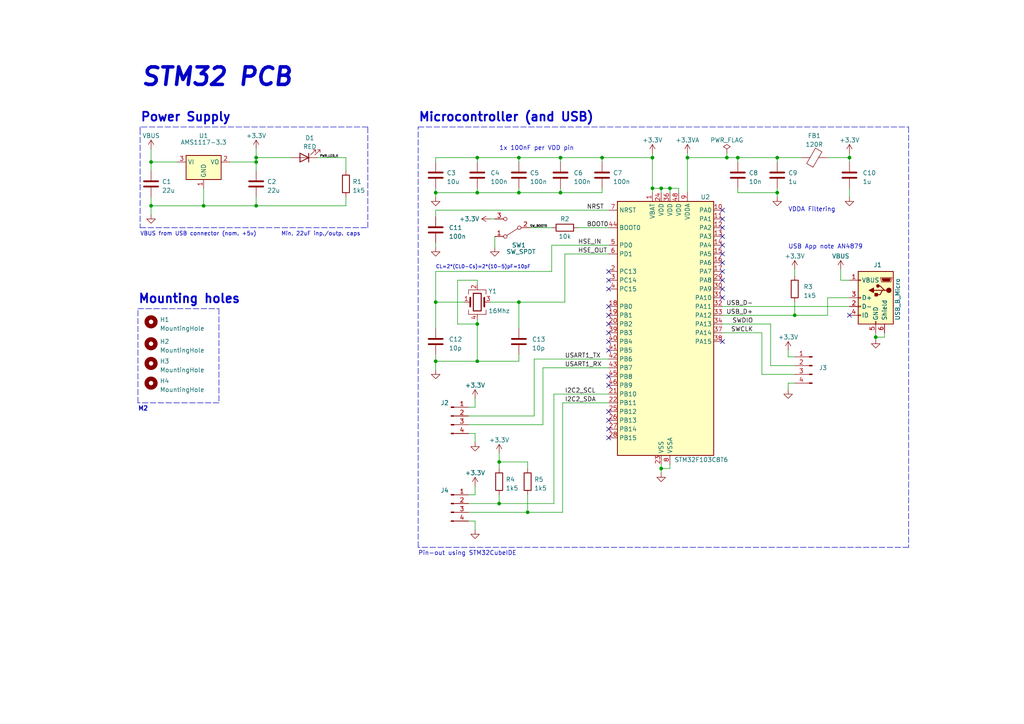
<source format=kicad_sch>
(kicad_sch (version 20230121) (generator eeschema)
  (paper "A4")
  (title_block (title "STM32") (date "2023-04-05") (rev "0.1") (company "Thomas Lab"))
  (lib_symbols
    (symbol "Connector:Conn_01x04_Pin" (pin_names (offset 1.016) hide)
      (property "Reference" "J" (at 0 5.08 0))
      (property "Value" "Conn_01x04_Pin" (at 0 -7.62 0))
      (symbol "Conn_01x04_Pin_1_1"
        (polyline (pts (xy 1.27 -5.08) (xy 0.8636 -5.08)) (stroke (width 0.1524)))
        (polyline (pts (xy 1.27 -2.54) (xy 0.8636 -2.54)) (stroke (width 0.1524)))
        (polyline (pts (xy 1.27 0) (xy 0.8636 0)) (stroke (width 0.1524)))
        (polyline (pts (xy 1.27 2.54) (xy 0.8636 2.54)) (stroke (width 0.1524)))
        (rectangle (start 0.8636 -4.953) (end 0 -5.207) (stroke (width 0.1524)) (fill (type outline)))
        (rectangle (start 0.8636 -2.413) (end 0 -2.667) (stroke (width 0.1524)) (fill (type outline)))
        (rectangle (start 0.8636 0.127) (end 0 -0.127) (stroke (width 0.1524)) (fill (type outline)))
        (rectangle (start 0.8636 2.667) (end 0 2.413) (stroke (width 0.1524)) (fill (type outline)))
        (pin passive line (at 5.08 2.54 180) (length 3.81) (name "Pin_1") (number "1"))
        (pin passive line (at 5.08 0 180) (length 3.81) (name "Pin_2") (number "2"))
        (pin passive line (at 5.08 -2.54 180) (length 3.81) (name "Pin_3") (number "3"))
        (pin passive line (at 5.08 -5.08 180) (length 3.81) (name "Pin_4") (number "4"))
      )
    )
    (symbol "Connector:USB_B_Micro" (pin_names (offset 1.016))
      (property "Reference" "J" (at -5.08 11.43 0))
      (property "Value" "USB_B_Micro" (at -5.08 8.89 0))
      (symbol "USB_B_Micro_0_1"
        (rectangle (start -5.08 -7.62) (end 5.08 7.62) (stroke (width 0.254)) (fill (type background)))
        (circle (center -3.81 2.159) (radius 0.635) (stroke (width 0.254)) (fill (type outline)))
        (circle (center -0.635 3.429) (radius 0.381) (stroke (width 0.254)) (fill (type outline)))
        (rectangle (start -0.127 -7.62) (end 0.127 -6.858))
        (polyline (pts (xy -1.905 2.159) (xy 0.635 2.159)) (stroke (width 0.254)))
        (polyline (pts (xy -3.175 2.159) (xy -2.54 2.159) (xy -1.27 3.429) (xy -0.635 3.429)) (stroke (width 0.254)))
        (polyline (pts (xy -2.54 2.159) (xy -1.905 2.159) (xy -1.27 0.889) (xy 0 0.889)) (stroke (width 0.254)))
        (polyline (pts (xy 0.635 2.794) (xy 0.635 1.524) (xy 1.905 2.159) (xy 0.635 2.794)) (stroke (width 0.254)) (fill (type outline)))
        (polyline (pts (xy -4.318 5.588) (xy -1.778 5.588) (xy -2.032 4.826) (xy -4.064 4.826) (xy -4.318 5.588)) (fill (type outline)))
        (polyline (pts (xy -4.699 5.842) (xy -4.699 5.588) (xy -4.445 4.826) (xy -4.445 4.572) (xy -1.651 4.572) (xy -1.651 4.826) (xy -1.397 5.588) (xy -1.397 5.842) (xy -4.699 5.842)))
        (rectangle (start 0.254 1.27) (end -0.508 0.508) (stroke (width 0.254)) (fill (type outline)))
        (rectangle (start 5.08 -5.207) (end 4.318 -4.953))
        (rectangle (start 5.08 -2.667) (end 4.318 -2.413))
        (rectangle (start 5.08 -0.127) (end 4.318 0.127))
        (rectangle (start 5.08 4.953) (end 4.318 5.207))
      )
      (symbol "USB_B_Micro_1_1"
        (pin power_out line (at 7.62 5.08 180) (length 2.54) (name "VBUS") (number "1"))
        (pin bidirectional line (at 7.62 -2.54 180) (length 2.54) (name "D-") (number "2"))
        (pin bidirectional line (at 7.62 0 180) (length 2.54) (name "D+") (number "3"))
        (pin passive line (at 7.62 -5.08 180) (length 2.54) (name "ID") (number "4"))
        (pin power_out line (at 0 -10.16 90) (length 2.54) (name "GND") (number "5"))
        (pin passive line (at -2.54 -10.16 90) (length 2.54) (name "Shield") (number "6"))
      )
    )
    (symbol "Device:C" (pin_numbers hide) (pin_names (offset 0.254))
      (property "Reference" "C" (at 0.635 2.54 0))
      (property "Value" "C" (at 0.635 -2.54 0))
      (symbol "C_0_1"
        (polyline (pts (xy -2.032 -0.762) (xy 2.032 -0.762)) (stroke (width 0.508)))
        (polyline (pts (xy -2.032 0.762) (xy 2.032 0.762)) (stroke (width 0.508)))
      )
      (symbol "C_1_1"
        (pin passive line (at 0 3.81 270) (length 2.794) (name "~") (number "1"))
        (pin passive line (at 0 -3.81 90) (length 2.794) (name "~") (number "2"))
      )
    )
    (symbol "Device:Crystal_GND24" (pin_names (offset 1.016) hide)
      (property "Reference" "Y" (at 3.175 5.08 0))
      (property "Value" "Crystal_GND24" (at 3.175 3.175 0))
      (symbol "Crystal_GND24_0_1"
        (rectangle (start -1.143 2.54) (end 1.143 -2.54) (stroke (width 0.3048)))
        (polyline (pts (xy -2.54 0) (xy -2.032 0)))
        (polyline (pts (xy -2.032 -1.27) (xy -2.032 1.27)) (stroke (width 0.508)))
        (polyline (pts (xy 0 -3.81) (xy 0 -3.556)))
        (polyline (pts (xy 0 3.556) (xy 0 3.81)))
        (polyline (pts (xy 2.032 -1.27) (xy 2.032 1.27)) (stroke (width 0.508)))
        (polyline (pts (xy 2.032 0) (xy 2.54 0)))
        (polyline (pts (xy -2.54 -2.286) (xy -2.54 -3.556) (xy 2.54 -3.556) (xy 2.54 -2.286)))
        (polyline (pts (xy -2.54 2.286) (xy -2.54 3.556) (xy 2.54 3.556) (xy 2.54 2.286)))
      )
      (symbol "Crystal_GND24_1_1"
        (pin passive line (at -3.81 0 0) (length 1.27) (name "1") (number "1"))
        (pin passive line (at 0 5.08 270) (length 1.27) (name "2") (number "2"))
        (pin passive line (at 3.81 0 180) (length 1.27) (name "3") (number "3"))
        (pin passive line (at 0 -5.08 90) (length 1.27) (name "4") (number "4"))
      )
    )
    (symbol "Device:FerriteBead" (pin_numbers hide) (pin_names (offset 0))
      (property "Reference" "FB" (at -3.81 0.635 90))
      (property "Value" "FerriteBead" (at 3.81 0 90))
      (symbol "FerriteBead_0_1"
        (polyline (pts (xy 0 -1.27) (xy 0 -1.2192)))
        (polyline (pts (xy 0 1.27) (xy 0 1.2954)))
        (polyline (pts (xy -2.7686 0.4064) (xy -1.7018 2.2606) (xy 2.7686 -0.3048) (xy 1.6764 -2.159) (xy -2.7686 0.4064)))
      )
      (symbol "FerriteBead_1_1"
        (pin passive line (at 0 3.81 270) (length 2.54) (name "~") (number "1"))
        (pin passive line (at 0 -3.81 90) (length 2.54) (name "~") (number "2"))
      )
    )
    (symbol "Device:LED" (pin_numbers hide) (pin_names (offset 1.016) hide)
      (property "Reference" "D" (at 0 2.54 0))
      (property "Value" "LED" (at 0 -2.54 0))
      (symbol "LED_0_1"
        (polyline (pts (xy -1.27 -1.27) (xy -1.27 1.27)) (stroke (width 0.254)))
        (polyline (pts (xy -1.27 0) (xy 1.27 0)))
        (polyline (pts (xy 1.27 -1.27) (xy 1.27 1.27) (xy -1.27 0) (xy 1.27 -1.27)) (stroke (width 0.254)))
        (polyline (pts (xy -3.048 -0.762) (xy -4.572 -2.286) (xy -3.81 -2.286) (xy -4.572 -2.286) (xy -4.572 -1.524)))
        (polyline (pts (xy -1.778 -0.762) (xy -3.302 -2.286) (xy -2.54 -2.286) (xy -3.302 -2.286) (xy -3.302 -1.524)))
      )
      (symbol "LED_1_1"
        (pin passive line (at -3.81 0 0) (length 2.54) (name "K") (number "1"))
        (pin passive line (at 3.81 0 180) (length 2.54) (name "A") (number "2"))
      )
    )
    (symbol "Device:R" (pin_numbers hide) (pin_names (offset 0))
      (property "Reference" "R" (at 2.032 0 90))
      (property "Value" "R" (at 0 0 90))
      (symbol "R_0_1"
        (rectangle (start -1.016 -2.54) (end 1.016 2.54) (stroke (width 0.254)))
      )
      (symbol "R_1_1"
        (pin passive line (at 0 3.81 270) (length 1.27) (name "~") (number "1"))
        (pin passive line (at 0 -3.81 90) (length 1.27) (name "~") (number "2"))
      )
    )
    (symbol "MCU_ST_STM32F1:STM32F103C8Tx"
      (property "Reference" "U" (at -12.7 39.37 0))
      (property "Value" "STM32F103C8Tx" (at 10.16 39.37 0))
      (symbol "STM32F103C8Tx_0_1"
        (rectangle (start -12.7 -35.56) (end 15.24 38.1) (stroke (width 0.254)) (fill (type background)))
      )
      (symbol "STM32F103C8Tx_1_1"
        (pin power_in line (at -2.54 40.64 270) (length 2.54) (name "VBAT") (number "1"))
        (pin bidirectional line (at 17.78 35.56 180) (length 2.54) (name "PA0") (number "10"))
        (pin bidirectional line (at 17.78 33.02 180) (length 2.54) (name "PA1") (number "11"))
        (pin bidirectional line (at 17.78 30.48 180) (length 2.54) (name "PA2") (number "12"))
        (pin bidirectional line (at 17.78 27.94 180) (length 2.54) (name "PA3") (number "13"))
        (pin bidirectional line (at 17.78 25.4 180) (length 2.54) (name "PA4") (number "14"))
        (pin bidirectional line (at 17.78 22.86 180) (length 2.54) (name "PA5") (number "15"))
        (pin bidirectional line (at 17.78 20.32 180) (length 2.54) (name "PA6") (number "16"))
        (pin bidirectional line (at 17.78 17.78 180) (length 2.54) (name "PA7") (number "17"))
        (pin bidirectional line (at -15.24 7.62 0) (length 2.54) (name "PB0") (number "18"))
        (pin bidirectional line (at -15.24 5.08 0) (length 2.54) (name "PB1") (number "19"))
        (pin bidirectional line (at -15.24 17.78 0) (length 2.54) (name "PC13") (number "2"))
        (pin bidirectional line (at -15.24 2.54 0) (length 2.54) (name "PB2") (number "20"))
        (pin bidirectional line (at -15.24 -17.78 0) (length 2.54) (name "PB10") (number "21"))
        (pin bidirectional line (at -15.24 -20.32 0) (length 2.54) (name "PB11") (number "22"))
        (pin power_in line (at 0 -38.1 90) (length 2.54) (name "VSS") (number "23"))
        (pin power_in line (at 0 40.64 270) (length 2.54) (name "VDD") (number "24"))
        (pin bidirectional line (at -15.24 -22.86 0) (length 2.54) (name "PB12") (number "25"))
        (pin bidirectional line (at -15.24 -25.4 0) (length 2.54) (name "PB13") (number "26"))
        (pin bidirectional line (at -15.24 -27.94 0) (length 2.54) (name "PB14") (number "27"))
        (pin bidirectional line (at -15.24 -30.48 0) (length 2.54) (name "PB15") (number "28"))
        (pin bidirectional line (at 17.78 15.24 180) (length 2.54) (name "PA8") (number "29"))
        (pin bidirectional line (at -15.24 15.24 0) (length 2.54) (name "PC14") (number "3"))
        (pin bidirectional line (at 17.78 12.7 180) (length 2.54) (name "PA9") (number "30"))
        (pin bidirectional line (at 17.78 10.16 180) (length 2.54) (name "PA10") (number "31"))
        (pin bidirectional line (at 17.78 7.62 180) (length 2.54) (name "PA11") (number "32"))
        (pin bidirectional line (at 17.78 5.08 180) (length 2.54) (name "PA12") (number "33"))
        (pin bidirectional line (at 17.78 2.54 180) (length 2.54) (name "PA13") (number "34"))
        (pin passive line (at 0 -38.1 90) (length 2.54) hide (name "VSS") (number "35"))
        (pin power_in line (at 2.54 40.64 270) (length 2.54) (name "VDD") (number "36"))
        (pin bidirectional line (at 17.78 0 180) (length 2.54) (name "PA14") (number "37"))
        (pin bidirectional line (at 17.78 -2.54 180) (length 2.54) (name "PA15") (number "38"))
        (pin bidirectional line (at -15.24 0 0) (length 2.54) (name "PB3") (number "39"))
        (pin bidirectional line (at -15.24 12.7 0) (length 2.54) (name "PC15") (number "4"))
        (pin bidirectional line (at -15.24 -2.54 0) (length 2.54) (name "PB4") (number "40"))
        (pin bidirectional line (at -15.24 -5.08 0) (length 2.54) (name "PB5") (number "41"))
        (pin bidirectional line (at -15.24 -7.62 0) (length 2.54) (name "PB6") (number "42"))
        (pin bidirectional line (at -15.24 -10.16 0) (length 2.54) (name "PB7") (number "43"))
        (pin input line (at -15.24 30.48 0) (length 2.54) (name "BOOT0") (number "44"))
        (pin bidirectional line (at -15.24 -12.7 0) (length 2.54) (name "PB8") (number "45"))
        (pin bidirectional line (at -15.24 -15.24 0) (length 2.54) (name "PB9") (number "46"))
        (pin passive line (at 0 -38.1 90) (length 2.54) hide (name "VSS") (number "47"))
        (pin power_in line (at 5.08 40.64 270) (length 2.54) (name "VDD") (number "48"))
        (pin bidirectional line (at -15.24 25.4 0) (length 2.54) (name "PD0") (number "5"))
        (pin bidirectional line (at -15.24 22.86 0) (length 2.54) (name "PD1") (number "6"))
        (pin input line (at -15.24 35.56 0) (length 2.54) (name "NRST") (number "7"))
        (pin power_in line (at 2.54 -38.1 90) (length 2.54) (name "VSSA") (number "8"))
        (pin power_in line (at 7.62 40.64 270) (length 2.54) (name "VDDA") (number "9"))
      )
    )
    (symbol "Mechanical:MountingHole" (pin_names (offset 1.016))
      (property "Reference" "H" (at 0 5.08 0))
      (property "Value" "MountingHole" (at 0 3.175 0))
      (symbol "MountingHole_0_1"
        (circle (center 0 0) (radius 1.27) (stroke (width 1.27)))
      )
    )
    (symbol "Regulator_Linear:AMS1117-3.3"
      (property "Reference" "U" (at -3.81 3.175 0))
      (property "Value" "AMS1117-3.3" (at 0 3.175 0))
      (symbol "AMS1117-3.3_0_1"
        (rectangle (start -5.08 -5.08) (end 5.08 1.905) (stroke (width 0.254)) (fill (type background)))
      )
      (symbol "AMS1117-3.3_1_1"
        (pin power_in line (at 0 -7.62 90) (length 2.54) (name "GND") (number "1"))
        (pin power_out line (at 7.62 0 180) (length 2.54) (name "VO") (number "2"))
        (pin power_in line (at -7.62 0 0) (length 2.54) (name "VI") (number "3"))
      )
    )
    (symbol "Switch:SW_SPDT" (pin_names (offset 0) hide)
      (property "Reference" "SW" (at 0 4.318 0))
      (property "Value" "SW_SPDT" (at 0 -5.08 0))
      (symbol "SW_SPDT_0_0"
        (circle (center -2.032 0) (radius 0.508))
        (circle (center 2.032 -2.54) (radius 0.508))
      )
      (symbol "SW_SPDT_0_1"
        (polyline (pts (xy -1.524 0.254) (xy 1.651 2.286)))
        (circle (center 2.032 2.54) (radius 0.508))
      )
      (symbol "SW_SPDT_1_1"
        (pin passive line (at 5.08 2.54 180) (length 2.54) (name "A") (number "1"))
        (pin passive line (at -5.08 0 0) (length 2.54) (name "B") (number "2"))
        (pin passive line (at 5.08 -2.54 180) (length 2.54) (name "C") (number "3"))
      )
    )
    (symbol "power:+3.3V" (power) (pin_names (offset 0))
      (property "Value" "+3.3V" (at 0 3.556 0))
      (symbol "+3.3V_0_1"
        (polyline (pts (xy -0.762 1.27) (xy 0 2.54)))
        (polyline (pts (xy 0 0) (xy 0 2.54)))
        (polyline (pts (xy 0 2.54) (xy 0.762 1.27)))
      )
      (symbol "+3.3V_1_1"
        (pin power_in line (at 0 0 90) (length 0) hide (name "+3.3V") (number "1"))
      )
    )
    (symbol "power:+3.3VA" (power) (pin_names (offset 0))
      (property "Value" "+3.3VA" (at 0 3.556 0))
      (symbol "+3.3VA_0_1"
        (polyline (pts (xy -0.762 1.27) (xy 0 2.54)))
        (polyline (pts (xy 0 0) (xy 0 2.54)))
        (polyline (pts (xy 0 2.54) (xy 0.762 1.27)))
      )
      (symbol "+3.3VA_1_1"
        (pin power_in line (at 0 0 90) (length 0) hide (name "+3.3VA") (number "1"))
      )
    )
    (symbol "power:GND" (power) (pin_names (offset 0))
      (property "Value" "GND" (at 0 -3.81 0))
      (symbol "GND_0_1"
        (polyline (pts (xy 0 0) (xy 0 -1.27) (xy 1.27 -1.27) (xy 0 -2.54) (xy -1.27 -1.27) (xy 0 -1.27)))
      )
      (symbol "GND_1_1"
        (pin power_in line (at 0 0 270) (length 0) hide (name "GND") (number "1"))
      )
    )
    (symbol "power:PWR_FLAG" (power) (pin_numbers hide) (pin_names (offset 0) hide)
      (property "Value" "PWR_FLAG" (at 0 3.81 0))
      (symbol "PWR_FLAG_0_0"
        (pin power_out line (at 0 0 90) (length 0) (name "pwr") (number "1"))
      )
      (symbol "PWR_FLAG_0_1"
        (polyline (pts (xy 0 0) (xy 0 1.27) (xy -1.016 1.905) (xy 0 2.54) (xy 1.016 1.905) (xy 0 1.27)))
      )
    )
    (symbol "power:VBUS" (power) (pin_names (offset 0))
      (property "Value" "VBUS" (at 0 3.81 0))
      (symbol "VBUS_0_1"
        (polyline (pts (xy -0.762 1.27) (xy 0 2.54)))
        (polyline (pts (xy 0 0) (xy 0 2.54)))
        (polyline (pts (xy 0 2.54) (xy 0.762 1.27)))
      )
      (symbol "VBUS_1_1"
        (pin power_in line (at 0 0 90) (length 0) hide (name "VBUS") (number "1"))
      )
    )
  )
  (junction (at 194.31 54.61))
  (junction (at 191.77 54.61))
  (junction (at 144.78 133.985))
  (junction (at 213.995 45.72))
  (junction (at 150.495 87.63))
  (junction (at 144.78 146.05))
  (junction (at 189.23 45.72))
  (junction (at 74.295 46.99))
  (junction (at 162.56 45.72))
  (junction (at 153.035 148.59))
  (junction (at 138.43 55.88))
  (junction (at 126.365 55.88))
  (junction (at 225.425 45.72))
  (junction (at 191.77 135.89))
  (junction (at 150.495 55.88))
  (junction (at 189.23 54.61))
  (junction (at 74.295 59.69))
  (junction (at 174.625 45.72))
  (junction (at 138.43 93.98))
  (junction (at 230.505 91.44))
  (junction (at 126.365 104.775))
  (junction (at 246.38 45.72))
  (junction (at 254 97.79))
  (junction (at 43.815 46.99))
  (junction (at 126.365 87.63))
  (junction (at 162.56 55.88))
  (junction (at 59.055 59.69))
  (junction (at 138.43 104.775))
  (junction (at 43.815 59.69))
  (junction (at 74.295 45.72))
  (junction (at 138.43 45.72))
  (junction (at 210.82 45.72))
  (junction (at 225.425 55.88))
  (junction (at 199.39 45.72))
  (junction (at 150.495 45.72))
  (no_connect (at 176.53 119.38))
  (no_connect (at 176.53 88.9))
  (no_connect (at 209.55 83.82))
  (no_connect (at 209.55 76.2))
  (no_connect (at 176.53 101.6))
  (no_connect (at 176.53 93.98))
  (no_connect (at 176.53 109.22))
  (no_connect (at 176.53 99.06))
  (no_connect (at 209.55 60.96))
  (no_connect (at 176.53 78.74))
  (no_connect (at 246.38 91.44))
  (no_connect (at 176.53 81.28))
  (no_connect (at 176.53 124.46))
  (no_connect (at 209.55 68.58))
  (no_connect (at 176.53 91.44))
  (no_connect (at 209.55 78.74))
  (no_connect (at 209.55 73.66))
  (no_connect (at 209.55 71.12))
  (no_connect (at 176.53 111.76))
  (no_connect (at 209.55 99.06))
  (no_connect (at 209.55 66.04))
  (no_connect (at 176.53 127))
  (no_connect (at 209.55 63.5))
  (no_connect (at 209.55 81.28))
  (no_connect (at 209.55 86.36))
  (no_connect (at 176.53 96.52))
  (no_connect (at 176.53 83.82))
  (no_connect (at 176.53 121.92))
  (wire (pts (xy 66.675 46.99) (xy 74.295 46.99)))
  (wire (pts (xy 199.39 44.45) (xy 199.39 45.72)))
  (wire (pts (xy 138.43 81.28) (xy 132.715 81.28)))
  (wire (pts (xy 225.425 55.88) (xy 213.995 55.88)))
  (wire (pts (xy 225.425 54.61) (xy 225.425 55.88)))
  (wire (pts (xy 137.795 143.51) (xy 137.795 140.97)))
  (wire (pts (xy 223.52 93.98) (xy 223.52 106.045)))
  (wire (pts (xy 154.94 104.14) (xy 176.53 104.14)))
  (wire (pts (xy 210.82 44.45) (xy 210.82 45.72)))
  (polyline (pts (xy 40.64 37.465) (xy 40.64 66.04)) (stroke (width 0) (type dash)))
  (wire (pts (xy 225.425 45.72) (xy 232.41 45.72)))
  (wire (pts (xy 246.38 46.99) (xy 246.38 45.72)))
  (wire (pts (xy 189.23 45.72) (xy 189.23 54.61)))
  (wire (pts (xy 126.365 102.87) (xy 126.365 104.775)))
  (wire (pts (xy 196.85 54.61) (xy 196.85 55.88)))
  (wire (pts (xy 137.795 118.11) (xy 137.795 115.57)))
  (wire (pts (xy 126.365 46.99) (xy 126.365 45.72)))
  (polyline (pts (xy 40.64 36.83) (xy 40.64 37.465)))
  (wire (pts (xy 191.77 54.61) (xy 191.77 55.88)))
  (wire (pts (xy 137.795 125.73) (xy 135.89 125.73)))
  (wire (pts (xy 223.52 106.045) (xy 230.505 106.045)))
  (polyline (pts (xy 106.68 36.83) (xy 40.64 36.83)) (stroke (width 0) (type dash)))
  (wire (pts (xy 43.815 46.99) (xy 43.815 49.53)))
  (wire (pts (xy 209.55 93.98) (xy 223.52 93.98)))
  (polyline (pts (xy 263.525 36.83) (xy 263.525 158.75)) (stroke (width 0) (type dash)))
  (wire (pts (xy 153.035 135.89) (xy 153.035 133.985)))
  (wire (pts (xy 160.655 114.3) (xy 160.655 146.05)))
  (wire (pts (xy 167.64 66.04) (xy 176.53 66.04)))
  (wire (pts (xy 160.02 71.12) (xy 176.53 71.12)))
  (wire (pts (xy 162.56 55.88) (xy 174.625 55.88)))
  (wire (pts (xy 126.365 60.96) (xy 176.53 60.96)))
  (polyline (pts (xy 40.64 66.04) (xy 106.68 66.04)) (stroke (width 0) (type dash)))
  (wire (pts (xy 138.43 45.72) (xy 150.495 45.72)))
  (wire (pts (xy 74.295 45.72) (xy 84.455 45.72)))
  (wire (pts (xy 256.54 97.79) (xy 254 97.79)))
  (wire (pts (xy 162.56 45.72) (xy 162.56 46.99)))
  (wire (pts (xy 230.505 78.105) (xy 230.505 80.01)))
  (wire (pts (xy 243.84 81.28) (xy 243.84 78.105)))
  (wire (pts (xy 230.505 91.44) (xy 240.03 91.44)))
  (wire (pts (xy 137.795 151.13) (xy 135.89 151.13)))
  (wire (pts (xy 228.6 103.505) (xy 230.505 103.505)))
  (wire (pts (xy 150.495 45.72) (xy 162.56 45.72)))
  (wire (pts (xy 194.31 54.61) (xy 194.31 55.88)))
  (wire (pts (xy 144.78 131.445) (xy 144.78 133.985)))
  (wire (pts (xy 157.48 106.68) (xy 176.53 106.68)))
  (wire (pts (xy 220.98 96.52) (xy 220.98 108.585)))
  (wire (pts (xy 209.55 88.9) (xy 246.38 88.9)))
  (wire (pts (xy 132.715 81.28) (xy 132.715 93.98)))
  (wire (pts (xy 150.495 45.72) (xy 150.495 46.99)))
  (polyline (pts (xy 40.005 116.84) (xy 40.005 89.535)) (stroke (width 0) (type dash)))
  (wire (pts (xy 220.98 108.585) (xy 230.505 108.585)))
  (wire (pts (xy 191.77 135.89) (xy 194.31 135.89)))
  (wire (pts (xy 246.38 86.36) (xy 240.03 86.36)))
  (wire (pts (xy 138.43 45.72) (xy 138.43 46.99)))
  (wire (pts (xy 174.625 46.99) (xy 174.625 45.72)))
  (wire (pts (xy 144.78 146.05) (xy 160.655 146.05)))
  (wire (pts (xy 189.23 44.45) (xy 189.23 45.72)))
  (wire (pts (xy 189.23 54.61) (xy 189.23 55.88)))
  (wire (pts (xy 225.425 45.72) (xy 213.995 45.72)))
  (wire (pts (xy 100.33 49.53) (xy 100.33 45.72)))
  (wire (pts (xy 191.77 135.89) (xy 191.77 137.16)))
  (wire (pts (xy 209.55 96.52) (xy 220.98 96.52)))
  (wire (pts (xy 100.33 59.69) (xy 74.295 59.69)))
  (wire (pts (xy 209.55 91.44) (xy 230.505 91.44)))
  (wire (pts (xy 191.77 54.61) (xy 194.31 54.61)))
  (wire (pts (xy 213.995 45.72) (xy 213.995 46.99)))
  (wire (pts (xy 189.23 54.61) (xy 191.77 54.61)))
  (wire (pts (xy 150.495 55.88) (xy 162.56 55.88)))
  (wire (pts (xy 138.43 104.775) (xy 138.43 93.98)))
  (wire (pts (xy 150.495 87.63) (xy 163.83 87.63)))
  (wire (pts (xy 74.295 45.72) (xy 74.295 46.99)))
  (wire (pts (xy 246.38 45.72) (xy 240.03 45.72)))
  (wire (pts (xy 74.295 43.18) (xy 74.295 45.72)))
  (wire (pts (xy 59.055 54.61) (xy 59.055 59.69)))
  (wire (pts (xy 225.425 46.99) (xy 225.425 45.72)))
  (wire (pts (xy 143.51 68.58) (xy 143.51 71.755)))
  (wire (pts (xy 126.365 54.61) (xy 126.365 55.88)))
  (wire (pts (xy 228.6 101.6) (xy 228.6 103.505)))
  (wire (pts (xy 228.6 111.125) (xy 230.505 111.125)))
  (wire (pts (xy 163.83 73.66) (xy 176.53 73.66)))
  (wire (pts (xy 157.48 123.19) (xy 135.89 123.19)))
  (wire (pts (xy 150.495 54.61) (xy 150.495 55.88)))
  (wire (pts (xy 43.815 57.15) (xy 43.815 59.69)))
  (wire (pts (xy 126.365 70.485) (xy 126.365 71.755)))
  (wire (pts (xy 150.495 104.775) (xy 150.495 102.87)))
  (wire (pts (xy 163.195 116.84) (xy 176.53 116.84)))
  (wire (pts (xy 246.38 44.45) (xy 246.38 45.72)))
  (wire (pts (xy 230.505 87.63) (xy 230.505 91.44)))
  (wire (pts (xy 137.795 153.67) (xy 137.795 151.13)))
  (wire (pts (xy 74.295 57.15) (xy 74.295 59.69)))
  (wire (pts (xy 153.67 66.04) (xy 160.02 66.04)))
  (wire (pts (xy 194.31 54.61) (xy 196.85 54.61)))
  (wire (pts (xy 160.02 71.12) (xy 160.02 78.74)))
  (wire (pts (xy 157.48 106.68) (xy 157.48 123.19)))
  (wire (pts (xy 174.625 45.72) (xy 189.23 45.72)))
  (wire (pts (xy 153.035 148.59) (xy 163.195 148.59)))
  (wire (pts (xy 210.82 45.72) (xy 199.39 45.72)))
  (wire (pts (xy 213.995 55.88) (xy 213.995 54.61)))
  (polyline (pts (xy 121.285 158.75) (xy 121.285 36.83)) (stroke (width 0) (type dash)))
  (wire (pts (xy 126.365 104.775) (xy 126.365 107.315)))
  (wire (pts (xy 228.6 111.125) (xy 228.6 113.03)))
  (wire (pts (xy 43.815 59.69) (xy 43.815 62.23)))
  (wire (pts (xy 138.43 93.98) (xy 138.43 92.71)))
  (polyline (pts (xy 263.525 158.75) (xy 121.285 158.75)) (stroke (width 0) (type dash)))
  (wire (pts (xy 126.365 87.63) (xy 134.62 87.63)))
  (wire (pts (xy 160.02 78.74) (xy 126.365 78.74)))
  (wire (pts (xy 153.035 143.51) (xy 153.035 148.59)))
  (wire (pts (xy 199.39 45.72) (xy 199.39 55.88)))
  (wire (pts (xy 74.295 46.99) (xy 74.295 49.53)))
  (wire (pts (xy 132.715 93.98) (xy 138.43 93.98)))
  (wire (pts (xy 126.365 55.88) (xy 138.43 55.88)))
  (polyline (pts (xy 121.285 36.83) (xy 263.525 36.83)) (stroke (width 0) (type dash)))
  (wire (pts (xy 150.495 87.63) (xy 150.495 95.25)))
  (wire (pts (xy 135.89 148.59) (xy 153.035 148.59)))
  (wire (pts (xy 138.43 82.55) (xy 138.43 81.28)))
  (wire (pts (xy 138.43 54.61) (xy 138.43 55.88)))
  (wire (pts (xy 225.425 55.88) (xy 225.425 57.15)))
  (wire (pts (xy 100.33 57.15) (xy 100.33 59.69)))
  (wire (pts (xy 160.655 114.3) (xy 176.53 114.3)))
  (wire (pts (xy 135.89 146.05) (xy 144.78 146.05)))
  (wire (pts (xy 135.89 118.11) (xy 137.795 118.11)))
  (wire (pts (xy 246.38 54.61) (xy 246.38 57.15)))
  (wire (pts (xy 126.365 87.63) (xy 126.365 95.25)))
  (wire (pts (xy 126.365 45.72) (xy 138.43 45.72)))
  (wire (pts (xy 126.365 55.88) (xy 126.365 57.15)))
  (wire (pts (xy 126.365 78.74) (xy 126.365 87.63)))
  (wire (pts (xy 135.89 143.51) (xy 137.795 143.51)))
  (wire (pts (xy 174.625 55.88) (xy 174.625 54.61)))
  (wire (pts (xy 163.83 87.63) (xy 163.83 73.66)))
  (wire (pts (xy 154.94 104.14) (xy 154.94 120.65)))
  (wire (pts (xy 51.435 46.99) (xy 43.815 46.99)))
  (wire (pts (xy 142.24 87.63) (xy 150.495 87.63)))
  (polyline (pts (xy 106.68 66.04) (xy 106.68 36.83)) (stroke (width 0) (type dash)))
  (polyline (pts (xy 63.5 116.84) (xy 40.005 116.84)) (stroke (width 0) (type dash)))
  (wire (pts (xy 126.365 60.96) (xy 126.365 62.865)))
  (wire (pts (xy 138.43 104.775) (xy 150.495 104.775)))
  (wire (pts (xy 256.54 96.52) (xy 256.54 97.79)))
  (wire (pts (xy 100.33 45.72) (xy 92.075 45.72)))
  (wire (pts (xy 126.365 104.775) (xy 138.43 104.775)))
  (wire (pts (xy 154.94 120.65) (xy 135.89 120.65)))
  (wire (pts (xy 254 96.52) (xy 254 97.79)))
  (polyline (pts (xy 40.005 89.535) (xy 63.5 89.535)) (stroke (width 0) (type dash)))
  (wire (pts (xy 144.78 133.985) (xy 144.78 135.89)))
  (wire (pts (xy 194.31 135.89) (xy 194.31 134.62)))
  (wire (pts (xy 153.035 133.985) (xy 144.78 133.985)))
  (polyline (pts (xy 63.5 89.535) (xy 63.5 116.84)) (stroke (width 0) (type dash)))
  (wire (pts (xy 144.78 143.51) (xy 144.78 146.05)))
  (wire (pts (xy 138.43 55.88) (xy 150.495 55.88)))
  (wire (pts (xy 74.295 59.69) (xy 59.055 59.69)))
  (wire (pts (xy 59.055 59.69) (xy 43.815 59.69)))
  (wire (pts (xy 191.77 134.62) (xy 191.77 135.89)))
  (wire (pts (xy 254 97.79) (xy 254 98.425)))
  (wire (pts (xy 162.56 54.61) (xy 162.56 55.88)))
  (wire (pts (xy 213.995 45.72) (xy 210.82 45.72)))
  (wire (pts (xy 240.03 86.36) (xy 240.03 91.44)))
  (wire (pts (xy 142.24 63.5) (xy 143.51 63.5)))
  (wire (pts (xy 43.815 43.18) (xy 43.815 46.99)))
  (wire (pts (xy 246.38 81.28) (xy 243.84 81.28)))
  (wire (pts (xy 163.195 116.84) (xy 163.195 148.59)))
  (wire (pts (xy 137.795 128.27) (xy 137.795 125.73)))
  (wire (pts (xy 162.56 45.72) (xy 174.625 45.72)))
  (text "1x 100nF per VDD pin" (at 144.78 43.815 0) (effects (font (size 1.27 1.27)) (justify left bottom)))
  (text "VBUS from USB connector (nom. +5v)	Min. 22uF inp./outp. caps" (at 40.64 68.58 0) (effects (font (size 1.143 1.143)) (justify left bottom)))
  (text "M2\n" (at 40.005 119.38 0) (effects (font (size 1.27 1.27) bold) (justify left bottom)))
  (text "Pin-out using STM32CubeIDE" (at 121.285 161.29 0) (effects (font (size 1.27 1.27)) (justify left bottom)))
  (text "VDDA Filtering" (at 228.6 61.595 0) (effects (font (size 1.27 1.27)) (justify left bottom)))
  (text "CL=2*(CL0-Cs)=2*(10-5)pF=10pF" (at 126.365 78.105 0) (effects (font (size 1.016 1.016)) (justify left bottom)))
  (text "USB App note AN4879" (at 228.6 72.39 0) (effects (font (size 1.27 1.27)) (justify left bottom)))
  (text "Power Supply" (at 40.64 35.56 0) (effects (font (size 2.54 2.54) (thickness 0.508) bold) (justify left bottom)))
  (text "STM32 PCB" (at 40.64 25.4 0) (effects (font (size 5.08 5.08) (thickness 1.016) bold italic) (justify left bottom)))
  (text "Microcontroller (and USB)" (at 121.285 35.56 0) (effects (font (size 2.54 2.54) (thickness 0.508) bold) (justify left bottom)))
  (text "Mounting holes" (at 40.005 88.265 0) (effects (font (size 2.54 2.54) (thickness 0.508) bold) (justify left bottom)))
  (label "HSE_IN" (at 167.64 71.12 0))
  (label "USB_D-" (at 218.44 88.9 180))
  (label "SW_BOOT0" (at 153.67 66.04 0) (effects (font (size 0.635 0.635))))
  (label "I2C2_SDA" (at 163.83 116.84 0))
  (label "SWCLK" (at 218.44 96.52 180))
  (label "USB_D+" (at 218.44 91.44 180))
  (label "USART1_RX" (at 163.83 106.68 0))
  (label "PWR_LED_K" (at 92.71 45.72 0) (effects (font (size 0.635 0.635))))
  (label "SWDIO" (at 218.44 93.98 180))
  (label "HSE_OUT" (at 167.64 73.66 0))
  (label "USART1_TX" (at 163.83 104.14 0))
  (label "NRST" (at 170.18 60.96 0))
  (label "I2C2_SCL" (at 163.83 114.3 0))
  (label "BOOT0" (at 170.18 66.04 0))
  (symbol (lib_id "Regulator_Linear:AMS1117-3.3") (at 59.055 46.99 0) (unit 1)
    (property "Reference" "U1" (at 59.055 39.37 0))
    (property "Value" "AMS1117-3.3" (at 59.055 41.275 0))
    (property "Footprint" "Package_TO_SOT_SMD:SOT-223-3_TabPin2" (effects hide))
    (property "Datasheet" "http://www.advanced-monolithic.com/pdf/ds1117.pdf" (effects hide))
  )
  (symbol (lib_id "power:GND") (at 137.795 128.27 0) (unit 1)
    (property "Reference" "#PWR020" (effects hide))
    (property "Value" "GND" (effects hide))
  )
  (symbol (lib_id "Device:Crystal_GND24") (at 138.43 87.63 0) (unit 1)
    (property "Reference" "Y1" (at 142.875 84.455 0))
    (property "Value" "16Mhz" (at 144.78 90.17 0))
    (property "Footprint" "Crystal:Crystal_SMD_3225-4Pin_3.2x2.5mm" (effects hide))
  )
  (symbol (lib_id "Device:C") (at 126.365 50.8 0) (unit 1)
    (property "Reference" "C3" (at 129.54 50.165 0) (effects (justify left)))
    (property "Value" "10u" (at 129.54 52.705 0) (effects (justify left)))
    (property "Footprint" "Capacitor_SMD:C_0805_2012Metric" (effects hide))
  )
  (symbol (lib_id "power:+3.3V") (at 189.23 44.45 0) (unit 1)
    (property "Reference" "#PWR03" (effects hide))
    (property "Value" "+3.3V" (at 189.23 40.64 0))
  )
  (symbol (lib_id "Device:R") (at 144.78 139.7 0) (unit 1)
    (property "Reference" "R4" (at 146.685 139.065 0) (effects (justify left)))
    (property "Value" "1k5" (at 146.685 141.605 0) (effects (justify left)))
    (property "Footprint" "Resistor_SMD:R_0805_2012Metric" (effects hide))
  )
  (symbol (lib_id "Device:C") (at 213.995 50.8 0) (unit 1)
    (property "Reference" "C8" (at 217.17 50.165 0) (effects (justify left)))
    (property "Value" "10n" (at 217.17 52.705 0) (effects (justify left)))
    (property "Footprint" "Capacitor_SMD:C_0805_2012Metric" (effects hide))
  )
  (symbol (lib_id "power:GND") (at 228.6 113.03 0) (unit 1)
    (property "Reference" "#PWR018" (effects hide))
    (property "Value" "GND" (effects hide))
  )
  (symbol (lib_id "Connector:Conn_01x04_Pin") (at 130.81 120.65 0) (unit 1)
    (property "Reference" "J2" (at 130.175 116.84 0) (effects (justify right)))
    (property "Value" "Conn_01x04_Pin" (effects hide))
    (property "Footprint" "Connector_PinHeader_2.54mm:PinHeader_1x04_P2.54mm_Vertical" (effects hide))
  )
  (symbol (lib_id "Mechanical:MountingHole") (at 43.815 111.125 0) (unit 1)
    (property "Reference" "H4" (at 46.355 110.49 0) (effects (justify left)))
    (property "Value" "MountingHole" (at 46.355 113.03 0) (effects (justify left)))
    (property "Footprint" "MountingHole:MountingHole_2.2mm_M2" (effects hide))
  )
  (symbol (lib_id "Device:R") (at 230.505 83.82 0) (unit 1)
    (property "Reference" "R3" (at 233.045 83.185 0) (effects (justify left)))
    (property "Value" "1k5" (at 233.045 85.725 0) (effects (justify left)))
    (property "Footprint" "Resistor_SMD:R_0805_2012Metric" (effects hide))
  )
  (symbol (lib_id "power:+3.3V") (at 137.795 115.57 0) (unit 1)
    (property "Reference" "#PWR019" (effects hide))
    (property "Value" "+3.3V" (at 137.795 111.76 0))
  )
  (symbol (lib_id "power:+3.3V") (at 144.78 131.445 0) (unit 1)
    (property "Reference" "#PWR021" (effects hide))
    (property "Value" "+3.3V" (at 144.78 127.635 0))
  )
  (symbol (lib_id "Connector:Conn_01x04_Pin") (at 130.81 146.05 0) (unit 1)
    (property "Reference" "J4" (at 130.175 142.24 0) (effects (justify right)))
    (property "Value" "Conn_01x04_Pin" (effects hide))
    (property "Footprint" "Connector_PinHeader_2.54mm:PinHeader_1x04_P2.54mm_Vertical" (effects hide))
  )
  (symbol (lib_id "Connector:USB_B_Micro") (at 254 86.36 0) (mirror y) (unit 1)
    (property "Reference" "J1" (at 253.365 76.835 0) (effects (justify right)))
    (property "Value" "USB_B_Micro" (at 260.35 80.645 90) (effects (justify right)))
    (property "Footprint" "Connector_USB:USB_Micro-B_Amphenol_10104110_Horizontal" (effects hide))
  )
  (symbol (lib_id "power:GND") (at 225.425 57.15 0) (unit 1)
    (property "Reference" "#PWR07" (effects hide))
    (property "Value" "GND" (effects hide))
  )
  (symbol (lib_id "Device:FerriteBead") (at 236.22 45.72 90) (unit 1)
    (property "Reference" "FB1" (at 236.1692 39.37 90))
    (property "Value" "120R" (at 236.1692 41.91 90))
    (property "Footprint" "Inductor_SMD:L_0805_2012Metric" (effects hide))
  )
  (symbol (lib_id "power:GND") (at 126.365 57.15 0) (unit 1)
    (property "Reference" "#PWR06" (effects hide))
    (property "Value" "GND" (effects hide))
  )
  (symbol (lib_id "Device:C") (at 150.495 50.8 0) (unit 1)
    (property "Reference" "C5" (at 153.67 50.165 0) (effects (justify left)))
    (property "Value" "100n" (at 153.67 52.705 0) (effects (justify left)))
    (property "Footprint" "Capacitor_SMD:C_0805_2012Metric" (effects hide))
  )
  (symbol (lib_id "Device:R") (at 163.83 66.04 90) (unit 1)
    (property "Reference" "R2" (at 163.83 63.5 90))
    (property "Value" "10k" (at 163.83 68.58 90))
    (property "Footprint" "Resistor_SMD:R_0805_2012Metric" (effects hide))
  )
  (symbol (lib_id "power:+3.3V") (at 246.38 44.45 0) (unit 1)
    (property "Reference" "#PWR05" (effects hide))
    (property "Value" "+3.3V" (at 246.38 40.64 0))
  )
  (symbol (lib_id "power:+3.3V") (at 228.6 101.6 0) (unit 1)
    (property "Reference" "#PWR016" (effects hide))
    (property "Value" "+3.3V" (at 228.6 97.79 0))
  )
  (symbol (lib_id "power:GND") (at 126.365 71.755 0) (unit 1)
    (property "Reference" "#PWR011" (effects hide))
    (property "Value" "GND" (effects hide))
  )
  (symbol (lib_id "Device:C") (at 138.43 50.8 0) (unit 1)
    (property "Reference" "C4" (at 142.24 50.165 0) (effects (justify left)))
    (property "Value" "100n" (at 142.24 52.705 0) (effects (justify left)))
    (property "Footprint" "Capacitor_SMD:C_0805_2012Metric" (effects hide))
  )
  (symbol (lib_id "Mechanical:MountingHole") (at 43.815 99.695 0) (unit 1)
    (property "Reference" "H2" (at 46.355 99.06 0) (effects (justify left)))
    (property "Value" "MountingHole" (at 46.355 101.6 0) (effects (justify left)))
    (property "Footprint" "MountingHole:MountingHole_2.2mm_M2" (effects hide))
  )
  (symbol (lib_id "Device:C") (at 126.365 99.06 0) (unit 1)
    (property "Reference" "C12" (at 130.175 98.425 0) (effects (justify left)))
    (property "Value" "10p" (at 130.175 100.965 0) (effects (justify left)))
    (property "Footprint" "Capacitor_SMD:C_0805_2012Metric" (effects hide))
  )
  (symbol (lib_id "power:+3.3V") (at 137.795 140.97 0) (unit 1)
    (property "Reference" "#PWR023" (effects hide))
    (property "Value" "+3.3V" (at 137.795 137.16 0))
  )
  (symbol (lib_id "power:GND") (at 43.815 62.23 0) (unit 1)
    (property "Reference" "#PWR09" (effects hide))
    (property "Value" "GND" (effects hide))
  )
  (symbol (lib_id "Switch:SW_SPDT") (at 148.59 66.04 180) (unit 1)
    (property "Reference" "SW1" (at 150.495 71.12 0))
    (property "Value" "SW_SPDT" (at 151.13 73.025 0))
    (property "Footprint" "Button_Switch_SMD:SW_SPDT_PCM12" (effects hide))
  )
  (symbol (lib_id "power:GND") (at 143.51 71.755 0) (unit 1)
    (property "Reference" "#PWR012" (effects hide))
    (property "Value" "GND" (effects hide))
  )
  (symbol (lib_id "power:GND") (at 254 98.425 0) (unit 1)
    (property "Reference" "#PWR015" (effects hide))
    (property "Value" "GND" (effects hide))
  )
  (symbol (lib_id "Device:R") (at 153.035 139.7 0) (unit 1)
    (property "Reference" "R5" (at 154.94 139.065 0) (effects (justify left)))
    (property "Value" "1k5" (at 154.94 141.605 0) (effects (justify left)))
    (property "Footprint" "Resistor_SMD:R_0805_2012Metric" (effects hide))
  )
  (symbol (lib_id "Device:C") (at 225.425 50.8 0) (unit 1)
    (property "Reference" "C9" (at 228.6 50.165 0) (effects (justify left)))
    (property "Value" "1u" (at 228.6 52.705 0) (effects (justify left)))
    (property "Footprint" "Capacitor_SMD:C_0805_2012Metric" (effects hide))
  )
  (symbol (lib_id "power:GND") (at 191.77 137.16 0) (unit 1)
    (property "Reference" "#PWR022" (effects hide))
    (property "Value" "GND" (effects hide))
  )
  (symbol (lib_id "MCU_ST_STM32F1:STM32F103C8Tx") (at 191.77 96.52 0) (unit 1)
    (property "Reference" "U2" (at 203.2 57.15 0) (effects (justify left)))
    (property "Value" "STM32F103C8T6" (at 195.58 133.35 0) (effects (justify left)))
    (property "Footprint" "Package_QFP:LQFP-48_7x7mm_P0.5mm" (effects hide))
    (property "Datasheet" "https://www.st.com/resource/en/datasheet/stm32f103c8.pdf" (effects hide))
  )
  (symbol (lib_id "Device:C") (at 126.365 66.675 0) (unit 1)
    (property "Reference" "C11" (at 130.175 66.04 0) (effects (justify left)))
    (property "Value" "100n" (at 130.175 68.58 0) (effects (justify left)))
    (property "Footprint" "Capacitor_SMD:C_0805_2012Metric" (effects hide))
  )
  (symbol (lib_id "Device:C") (at 43.815 53.34 0) (unit 1)
    (property "Reference" "C1" (at 46.99 52.705 0) (effects (justify left)))
    (property "Value" "22u" (at 46.99 55.245 0) (effects (justify left)))
    (property "Footprint" "Capacitor_SMD:C_0805_2012Metric" (effects hide))
  )
  (symbol (lib_id "power:+3.3V") (at 74.295 43.18 0) (unit 1)
    (property "Reference" "#PWR02" (effects hide))
    (property "Value" "+3.3V" (at 74.295 39.37 0))
  )
  (symbol (lib_id "Device:C") (at 246.38 50.8 0) (unit 1)
    (property "Reference" "C10" (at 250.19 50.165 0) (effects (justify left)))
    (property "Value" "1u" (at 250.19 52.705 0) (effects (justify left)))
    (property "Footprint" "Capacitor_SMD:C_0805_2012Metric" (effects hide))
  )
  (symbol (lib_id "Mechanical:MountingHole") (at 43.815 93.345 0) (unit 1)
    (property "Reference" "H1" (at 46.355 92.71 0) (effects (justify left)))
    (property "Value" "MountingHole" (at 46.355 95.25 0) (effects (justify left)))
    (property "Footprint" "MountingHole:MountingHole_2.2mm_M2" (effects hide))
  )
  (symbol (lib_id "Mechanical:MountingHole") (at 43.815 105.41 0) (unit 1)
    (property "Reference" "H3" (at 46.355 104.775 0) (effects (justify left)))
    (property "Value" "MountingHole" (at 46.355 107.315 0) (effects (justify left)))
    (property "Footprint" "MountingHole:MountingHole_2.2mm_M2" (effects hide))
  )
  (symbol (lib_id "Device:C") (at 150.495 99.06 0) (unit 1)
    (property "Reference" "C13" (at 154.305 98.425 0) (effects (justify left)))
    (property "Value" "10p" (at 154.305 100.965 0) (effects (justify left)))
    (property "Footprint" "Capacitor_SMD:C_0805_2012Metric" (effects hide))
  )
  (symbol (lib_id "power:+3.3VA") (at 199.39 44.45 0) (unit 1)
    (property "Reference" "#PWR04" (effects hide))
    (property "Value" "+3.3VA" (at 199.39 40.64 0))
  )
  (symbol (lib_id "power:PWR_FLAG") (at 210.82 44.45 0) (unit 1)
    (property "Reference" "#FLG01" (effects hide))
    (property "Value" "PWR_FLAG" (at 210.82 40.64 0))
  )
  (symbol (lib_id "power:VBUS") (at 43.815 43.18 0) (unit 1)
    (property "Reference" "#PWR01" (effects hide))
    (property "Value" "VBUS" (at 43.815 39.37 0))
  )
  (symbol (lib_id "power:GND") (at 126.365 107.315 0) (unit 1)
    (property "Reference" "#PWR017" (effects hide))
    (property "Value" "GND" (effects hide))
  )
  (symbol (lib_id "power:VBUS") (at 243.84 78.105 0) (unit 1)
    (property "Reference" "#PWR014" (effects hide))
    (property "Value" "VBUS" (at 243.84 74.295 0))
  )
  (symbol (lib_id "Device:LED") (at 88.265 45.72 180) (unit 1)
    (property "Reference" "D1" (at 89.8525 40.005 0))
    (property "Value" "RED" (at 89.8525 42.545 0))
    (property "Footprint" "LED_SMD:LED_0805_2012Metric" (effects hide))
  )
  (symbol (lib_id "power:+3.3V") (at 230.505 78.105 0) (unit 1)
    (property "Reference" "#PWR013" (effects hide))
    (property "Value" "+3.3V" (at 230.505 74.295 0))
  )
  (symbol (lib_id "power:+3.3V") (at 142.24 63.5 90) (unit 1)
    (property "Reference" "#PWR010" (effects hide))
    (property "Value" "+3.3V" (at 139.065 63.5 90) (effects (justify left)))
  )
  (symbol (lib_id "power:GND") (at 246.38 57.15 0) (unit 1)
    (property "Reference" "#PWR08" (effects hide))
    (property "Value" "GND" (effects hide))
  )
  (symbol (lib_id "Device:R") (at 100.33 53.34 0) (unit 1)
    (property "Reference" "R1" (at 102.235 52.705 0) (effects (justify left)))
    (property "Value" "1k5" (at 102.235 55.245 0) (effects (justify left)))
    (property "Footprint" "Resistor_SMD:R_0805_2012Metric" (effects hide))
  )
  (symbol (lib_id "power:GND") (at 137.795 153.67 0) (unit 1)
    (property "Reference" "#PWR024" (effects hide))
    (property "Value" "GND" (effects hide))
  )
  (symbol (lib_id "Connector:Conn_01x04_Pin") (at 235.585 106.045 0) (mirror y) (unit 1)
    (property "Reference" "J3" (at 237.49 106.68 0) (effects (justify right)))
    (property "Value" "Conn_01x04_Pin" (effects hide))
    (property "Footprint" "Connector_PinHeader_2.54mm:PinHeader_1x04_P2.54mm_Vertical" (effects hide))
  )
  (symbol (lib_id "Device:C") (at 74.295 53.34 0) (unit 1)
    (property "Reference" "C2" (at 77.47 52.705 0) (effects (justify left)))
    (property "Value" "22u" (at 77.47 55.245 0) (effects (justify left)))
    (property "Footprint" "Capacitor_SMD:C_0805_2012Metric" (effects hide))
  )
  (symbol (lib_id "Device:C") (at 174.625 50.8 0) (unit 1)
    (property "Reference" "C7" (at 177.8 50.165 0) (effects (justify left)))
    (property "Value" "100n" (at 177.8 52.705 0) (effects (justify left)))
    (property "Footprint" "Capacitor_SMD:C_0805_2012Metric" (effects hide))
  )
  (symbol (lib_id "Device:C") (at 162.56 50.8 0) (unit 1)
    (property "Reference" "C6" (at 166.37 50.165 0) (effects (justify left)))
    (property "Value" "100n" (at 166.37 52.705 0) (effects (justify left)))
    (property "Footprint" "Capacitor_SMD:C_0805_2012Metric" (effects hide))
  )
)
</source>
